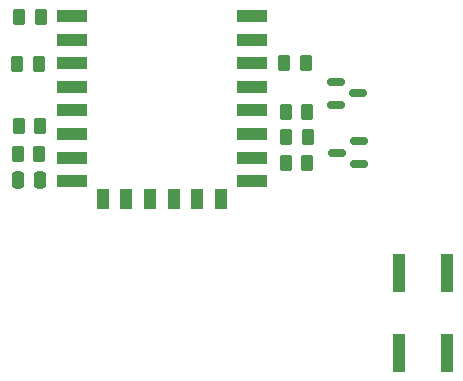
<source format=gtp>
%TF.GenerationSoftware,KiCad,Pcbnew,7.0.7*%
%TF.CreationDate,2023-11-07T14:59:35-07:00*%
%TF.ProjectId,RatGDO-OpenSource-Bare-ESP8266,52617447-444f-42d4-9f70-656e536f7572,rev?*%
%TF.SameCoordinates,Original*%
%TF.FileFunction,Paste,Top*%
%TF.FilePolarity,Positive*%
%FSLAX46Y46*%
G04 Gerber Fmt 4.6, Leading zero omitted, Abs format (unit mm)*
G04 Created by KiCad (PCBNEW 7.0.7) date 2023-11-07 14:59:35*
%MOMM*%
%LPD*%
G01*
G04 APERTURE LIST*
G04 Aperture macros list*
%AMRoundRect*
0 Rectangle with rounded corners*
0 $1 Rounding radius*
0 $2 $3 $4 $5 $6 $7 $8 $9 X,Y pos of 4 corners*
0 Add a 4 corners polygon primitive as box body*
4,1,4,$2,$3,$4,$5,$6,$7,$8,$9,$2,$3,0*
0 Add four circle primitives for the rounded corners*
1,1,$1+$1,$2,$3*
1,1,$1+$1,$4,$5*
1,1,$1+$1,$6,$7*
1,1,$1+$1,$8,$9*
0 Add four rect primitives between the rounded corners*
20,1,$1+$1,$2,$3,$4,$5,0*
20,1,$1+$1,$4,$5,$6,$7,0*
20,1,$1+$1,$6,$7,$8,$9,0*
20,1,$1+$1,$8,$9,$2,$3,0*%
G04 Aperture macros list end*
%ADD10RoundRect,0.250000X-0.262500X-0.450000X0.262500X-0.450000X0.262500X0.450000X-0.262500X0.450000X0*%
%ADD11R,1.000000X3.200000*%
%ADD12RoundRect,0.250000X0.262500X0.450000X-0.262500X0.450000X-0.262500X-0.450000X0.262500X-0.450000X0*%
%ADD13RoundRect,0.250000X0.250000X0.475000X-0.250000X0.475000X-0.250000X-0.475000X0.250000X-0.475000X0*%
%ADD14R,2.500000X1.000000*%
%ADD15R,1.000000X1.800000*%
%ADD16RoundRect,0.150000X-0.587500X-0.150000X0.587500X-0.150000X0.587500X0.150000X-0.587500X0.150000X0*%
%ADD17RoundRect,0.150000X0.587500X0.150000X-0.587500X0.150000X-0.587500X-0.150000X0.587500X-0.150000X0*%
G04 APERTURE END LIST*
D10*
%TO.C,R8*%
X151684769Y-76173013D03*
X153509769Y-76173013D03*
%TD*%
D11*
%TO.C,SW1*%
X165290000Y-94430000D03*
X165290000Y-87630000D03*
X161290000Y-87630000D03*
X161290000Y-94430000D03*
%TD*%
D12*
%TO.C,R7*%
X130906778Y-65980249D03*
X129081778Y-65980249D03*
%TD*%
%TO.C,R6*%
X130740884Y-69930929D03*
X128915884Y-69930929D03*
%TD*%
D10*
%TO.C,R5*%
X153501992Y-74038197D03*
X151676992Y-74038197D03*
%TD*%
D12*
%TO.C,R4*%
X151676331Y-78304980D03*
X153501331Y-78304980D03*
%TD*%
D13*
%TO.C,C1*%
X130868589Y-79742136D03*
X128968589Y-79742136D03*
%TD*%
D12*
%TO.C,R3*%
X151528688Y-69867106D03*
X153353688Y-69867106D03*
%TD*%
D14*
%TO.C,U1*%
X133577159Y-65888892D03*
X133577159Y-67888892D03*
X133577159Y-69888892D03*
X133577159Y-71888892D03*
X133577159Y-73888892D03*
X133577159Y-75888892D03*
X133577159Y-77888892D03*
X133577159Y-79888892D03*
D15*
X136177159Y-81388892D03*
X138177159Y-81388892D03*
X140177159Y-81388892D03*
X142177159Y-81388892D03*
X144177159Y-81388892D03*
X146177159Y-81388892D03*
D14*
X148777159Y-79888892D03*
X148777159Y-77888892D03*
X148777159Y-75888892D03*
X148777159Y-73888892D03*
X148777159Y-71888892D03*
X148777159Y-69888892D03*
X148777159Y-67888892D03*
X148777159Y-65888892D03*
%TD*%
D16*
%TO.C,Q2*%
X155900697Y-71506955D03*
X155900697Y-73406955D03*
X157775697Y-72456955D03*
%TD*%
D17*
%TO.C,Q1*%
X157853002Y-78420000D03*
X157853002Y-76520000D03*
X155978002Y-77470000D03*
%TD*%
D12*
%TO.C,R2*%
X130783272Y-77596706D03*
X128958272Y-77596706D03*
%TD*%
D10*
%TO.C,R1*%
X129042031Y-75251434D03*
X130867031Y-75251434D03*
%TD*%
M02*

</source>
